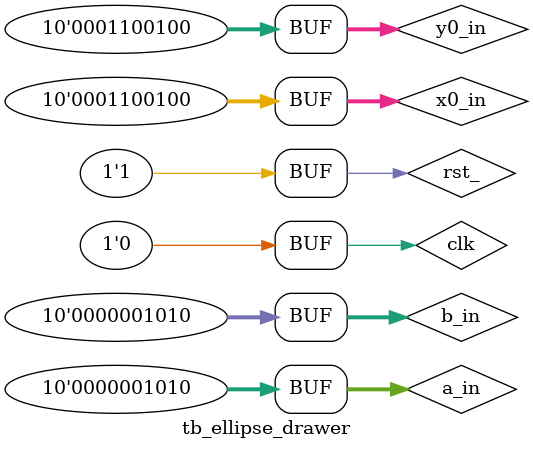
<source format=v>
`timescale 1ns / 1ps

module tb_ellipse_drawer;

    // Clock and Sync Reset
    reg clk;
    reg rst_;
    
    // Ellipse Defintion
    reg [9:0] x0_in;
    reg [9:0] y0_in;
    reg [9:0] a_in;
    reg [9:0] b_in;
    
    // Unit Under Test
    ellipse_drawer uut(
        .clk(clk),
        .rst_(rst_),  
        .x0_in(x0_in), 
        .y0_in(y0_in),
        .a_in(a_in),
        .b_in(b_in) 
    );
    
    initial 
    begin
    
        // $display("*x\ty\tdx\tdy\te");
    
        clk     = 1'b0;
        rst_    = 1'b1; 
        
        x0_in = 100;
        y0_in = 100;
        a_in  = 10;
        b_in  = 10; 
        
        #10;
        
        #5 rst_ = ~rst_; clk = ~clk;
        #5 rst_ = ~rst_; clk = ~clk;
        
        repeat(200)
        begin
            #5 clk = ~clk;
        end
    
    end

endmodule
</source>
